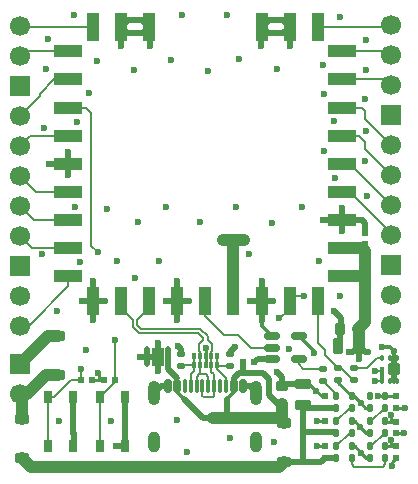
<source format=gtl>
%TF.GenerationSoftware,KiCad,Pcbnew,9.0.1*%
%TF.CreationDate,2025-12-21T16:37:51-06:00*%
%TF.ProjectId,ProtoCarrier_v1,50726f74-6f43-4617-9272-6965725f7631,rev?*%
%TF.SameCoordinates,Original*%
%TF.FileFunction,Copper,L1,Top*%
%TF.FilePolarity,Positive*%
%FSLAX46Y46*%
G04 Gerber Fmt 4.6, Leading zero omitted, Abs format (unit mm)*
G04 Created by KiCad (PCBNEW 9.0.1) date 2025-12-21 16:37:51*
%MOMM*%
%LPD*%
G01*
G04 APERTURE LIST*
G04 Aperture macros list*
%AMRoundRect*
0 Rectangle with rounded corners*
0 $1 Rounding radius*
0 $2 $3 $4 $5 $6 $7 $8 $9 X,Y pos of 4 corners*
0 Add a 4 corners polygon primitive as box body*
4,1,4,$2,$3,$4,$5,$6,$7,$8,$9,$2,$3,0*
0 Add four circle primitives for the rounded corners*
1,1,$1+$1,$2,$3*
1,1,$1+$1,$4,$5*
1,1,$1+$1,$6,$7*
1,1,$1+$1,$8,$9*
0 Add four rect primitives between the rounded corners*
20,1,$1+$1,$2,$3,$4,$5,0*
20,1,$1+$1,$4,$5,$6,$7,0*
20,1,$1+$1,$6,$7,$8,$9,0*
20,1,$1+$1,$8,$9,$2,$3,0*%
G04 Aperture macros list end*
%TA.AperFunction,SMDPad,CuDef*%
%ADD10RoundRect,0.123750X0.288750X0.338750X-0.288750X0.338750X-0.288750X-0.338750X0.288750X-0.338750X0*%
%TD*%
%TA.AperFunction,SMDPad,CuDef*%
%ADD11RoundRect,0.123750X0.288750X0.351250X-0.288750X0.351250X-0.288750X-0.351250X0.288750X-0.351250X0*%
%TD*%
%TA.AperFunction,SMDPad,CuDef*%
%ADD12RoundRect,0.082500X-0.197500X-0.192500X0.197500X-0.192500X0.197500X0.192500X-0.197500X0.192500X0*%
%TD*%
%TA.AperFunction,SMDPad,CuDef*%
%ADD13RoundRect,0.050000X0.200000X0.275000X-0.200000X0.275000X-0.200000X-0.275000X0.200000X-0.275000X0*%
%TD*%
%TA.AperFunction,SMDPad,CuDef*%
%ADD14RoundRect,0.135000X-0.185000X0.135000X-0.185000X-0.135000X0.185000X-0.135000X0.185000X0.135000X0*%
%TD*%
%TA.AperFunction,SMDPad,CuDef*%
%ADD15RoundRect,0.093750X-0.093750X-0.106250X0.093750X-0.106250X0.093750X0.106250X-0.093750X0.106250X0*%
%TD*%
%TA.AperFunction,HeatsinkPad*%
%ADD16R,1.000000X1.600000*%
%TD*%
%TA.AperFunction,SMDPad,CuDef*%
%ADD17RoundRect,0.225000X0.375000X-0.225000X0.375000X0.225000X-0.375000X0.225000X-0.375000X-0.225000X0*%
%TD*%
%TA.AperFunction,SMDPad,CuDef*%
%ADD18RoundRect,0.082500X0.197500X0.192500X-0.197500X0.192500X-0.197500X-0.192500X0.197500X-0.192500X0*%
%TD*%
%TA.AperFunction,SMDPad,CuDef*%
%ADD19RoundRect,0.050000X-0.200000X-0.275000X0.200000X-0.275000X0.200000X0.275000X-0.200000X0.275000X0*%
%TD*%
%TA.AperFunction,SMDPad,CuDef*%
%ADD20RoundRect,0.135000X0.185000X-0.135000X0.185000X0.135000X-0.185000X0.135000X-0.185000X-0.135000X0*%
%TD*%
%TA.AperFunction,ComponentPad*%
%ADD21C,1.700000*%
%TD*%
%TA.AperFunction,ComponentPad*%
%ADD22R,1.700000X1.700000*%
%TD*%
%TA.AperFunction,SMDPad,CuDef*%
%ADD23RoundRect,0.082500X-0.192500X0.197500X-0.192500X-0.197500X0.192500X-0.197500X0.192500X0.197500X0*%
%TD*%
%TA.AperFunction,SMDPad,CuDef*%
%ADD24RoundRect,0.082500X0.192500X-0.197500X0.192500X0.197500X-0.192500X0.197500X-0.192500X-0.197500X0*%
%TD*%
%TA.AperFunction,SMDPad,CuDef*%
%ADD25RoundRect,0.050100X-0.099900X0.174900X-0.099900X-0.174900X0.099900X-0.174900X0.099900X0.174900X0*%
%TD*%
%TA.AperFunction,SMDPad,CuDef*%
%ADD26RoundRect,0.050100X-0.099900X0.324900X-0.099900X-0.324900X0.099900X-0.324900X0.099900X0.324900X0*%
%TD*%
%TA.AperFunction,SMDPad,CuDef*%
%ADD27RoundRect,0.050350X-0.424650X0.449650X-0.424650X-0.449650X0.424650X-0.449650X0.424650X0.449650X0*%
%TD*%
%TA.AperFunction,SMDPad,CuDef*%
%ADD28RoundRect,0.123750X0.338750X-0.288750X0.338750X0.288750X-0.338750X0.288750X-0.338750X-0.288750X0*%
%TD*%
%TA.AperFunction,SMDPad,CuDef*%
%ADD29RoundRect,0.123750X0.351250X-0.288750X0.351250X0.288750X-0.351250X0.288750X-0.351250X-0.288750X0*%
%TD*%
%TA.AperFunction,SMDPad,CuDef*%
%ADD30R,0.650000X1.050000*%
%TD*%
%TA.AperFunction,SMDPad,CuDef*%
%ADD31RoundRect,0.135000X0.540000X-0.315000X0.540000X0.315000X-0.540000X0.315000X-0.540000X-0.315000X0*%
%TD*%
%TA.AperFunction,SMDPad,CuDef*%
%ADD32RoundRect,0.135000X0.315000X0.540000X-0.315000X0.540000X-0.315000X-0.540000X0.315000X-0.540000X0*%
%TD*%
%TA.AperFunction,SMDPad,CuDef*%
%ADD33RoundRect,0.150000X-0.512500X-0.150000X0.512500X-0.150000X0.512500X0.150000X-0.512500X0.150000X0*%
%TD*%
%TA.AperFunction,SMDPad,CuDef*%
%ADD34RoundRect,0.075000X-0.075000X-0.200000X0.075000X-0.200000X0.075000X0.200000X-0.075000X0.200000X0*%
%TD*%
%TA.AperFunction,SMDPad,CuDef*%
%ADD35RoundRect,0.150000X-0.150000X-0.425000X0.150000X-0.425000X0.150000X0.425000X-0.150000X0.425000X0*%
%TD*%
%TA.AperFunction,SMDPad,CuDef*%
%ADD36RoundRect,0.075000X-0.075000X-0.500000X0.075000X-0.500000X0.075000X0.500000X-0.075000X0.500000X0*%
%TD*%
%TA.AperFunction,HeatsinkPad*%
%ADD37O,1.000000X2.100000*%
%TD*%
%TA.AperFunction,HeatsinkPad*%
%ADD38O,1.000000X1.800000*%
%TD*%
%TA.AperFunction,SMDPad,CuDef*%
%ADD39R,2.400000X1.100000*%
%TD*%
%TA.AperFunction,SMDPad,CuDef*%
%ADD40R,1.100000X2.400000*%
%TD*%
%TA.AperFunction,ViaPad*%
%ADD41C,0.600000*%
%TD*%
%TA.AperFunction,Conductor*%
%ADD42C,0.500000*%
%TD*%
%TA.AperFunction,Conductor*%
%ADD43C,0.250000*%
%TD*%
%TA.AperFunction,Conductor*%
%ADD44C,1.000000*%
%TD*%
%TA.AperFunction,Conductor*%
%ADD45C,0.300000*%
%TD*%
%TA.AperFunction,Conductor*%
%ADD46C,0.200000*%
%TD*%
%TA.AperFunction,Conductor*%
%ADD47C,0.157500*%
%TD*%
G04 APERTURE END LIST*
D10*
%TO.P,C14,1*%
%TO.N,VSYS*%
X162896078Y-107503922D03*
D11*
%TO.P,C14,2*%
%TO.N,GND*%
X161421078Y-107491422D03*
%TD*%
D12*
%TO.P,C1,1*%
%TO.N,/SoM Breakout/CORE_RST_N*%
X139460000Y-111800000D03*
%TO.P,C1,2*%
%TO.N,GND*%
X140420000Y-111800000D03*
%TD*%
D13*
%TO.P,LED1,1,GND*%
%TO.N,GND*%
X162375000Y-113200000D03*
%TO.P,LED1,2,DIN*%
%TO.N,/Status Indication/LED_D0*%
X161075000Y-113200000D03*
%TO.P,LED1,3,VDD*%
%TO.N,VSYS*%
X161075000Y-114150000D03*
%TO.P,LED1,4,DOUT*%
%TO.N,/Status Indication/LED_D1*%
X162375000Y-114150000D03*
%TD*%
D14*
%TO.P,R5,1*%
%TO.N,/Status Indication/BUZZ_GATE*%
X162550000Y-110830002D03*
%TO.P,R5,2*%
%TO.N,BUZZER_PWM*%
X162550000Y-111850000D03*
%TD*%
D15*
%TO.P,U1,1,GND*%
%TO.N,GND*%
X145075000Y-109200000D03*
%TO.P,U1,2,GND*%
X145075000Y-109850000D03*
%TO.P,U1,3,GND*%
X145075000Y-110500000D03*
%TO.P,U1,4,IN*%
%TO.N,VBUS*%
X146850000Y-110500000D03*
%TO.P,U1,5,IN*%
X146850000Y-109850000D03*
%TO.P,U1,6,IN*%
X146850000Y-109200000D03*
D16*
%TO.P,U1,7,GND*%
%TO.N,GND*%
X145962500Y-109850000D03*
%TD*%
D17*
%TO.P,D1,1,A1*%
%TO.N,Net-(D1-A1)*%
X137500000Y-111400000D03*
%TO.P,D1,2,A2*%
%TO.N,GND*%
X137500000Y-108100000D03*
%TD*%
D18*
%TO.P,C2,1*%
%TO.N,/SoM Breakout/BOOT0*%
X142360000Y-111800000D03*
%TO.P,C2,2*%
%TO.N,GND*%
X141400000Y-111800000D03*
%TD*%
D19*
%TO.P,LED4,1,GND*%
%TO.N,GND*%
X163900000Y-118400000D03*
%TO.P,LED4,2,DIN*%
%TO.N,/Status Indication/LED_D3*%
X165200000Y-118400000D03*
%TO.P,LED4,3,VDD*%
%TO.N,VSYS*%
X165200000Y-117450000D03*
%TO.P,LED4,4,DOUT*%
%TO.N,/Status Indication/LED_D4*%
X163900000Y-117450000D03*
%TD*%
D20*
%TO.P,R3,1*%
%TO.N,/Status Indication/LED_D0*%
X159950000Y-111869998D03*
%TO.P,R3,2*%
%TO.N,Net-(R3-Pad2)*%
X159950000Y-110850000D03*
%TD*%
D13*
%TO.P,LED2,1,GND*%
%TO.N,GND*%
X162375000Y-115325000D03*
%TO.P,LED2,2,DIN*%
%TO.N,/Status Indication/LED_D1*%
X161075000Y-115325000D03*
%TO.P,LED2,3,VDD*%
%TO.N,VSYS*%
X161075000Y-116275000D03*
%TO.P,LED2,4,DOUT*%
%TO.N,/Status Indication/LED_D2*%
X162375000Y-116275000D03*
%TD*%
D21*
%TO.P,J2,1,Pin_1*%
%TO.N,Net-(D1-A1)*%
X134300000Y-112970000D03*
D22*
%TO.P,J2,2,Pin_2*%
%TO.N,GND*%
X134300000Y-110430000D03*
%TD*%
D23*
%TO.P,C11,1*%
%TO.N,VSYS*%
X166150000Y-115345000D03*
%TO.P,C11,2*%
%TO.N,GND*%
X166150000Y-116305000D03*
%TD*%
D24*
%TO.P,C13,1*%
%TO.N,VSYS*%
X163475000Y-100310000D03*
%TO.P,C13,2*%
%TO.N,GND*%
X163475000Y-99350000D03*
%TD*%
D23*
%TO.P,C10,1*%
%TO.N,VSYS*%
X166150000Y-117445000D03*
%TO.P,C10,2*%
%TO.N,GND*%
X166150000Y-118405000D03*
%TD*%
D19*
%TO.P,LED5,1,GND*%
%TO.N,GND*%
X163900000Y-116275000D03*
%TO.P,LED5,2,DIN*%
%TO.N,/Status Indication/LED_D4*%
X165200000Y-116275000D03*
%TO.P,LED5,3,VDD*%
%TO.N,VSYS*%
X165200000Y-115325000D03*
%TO.P,LED5,4,DOUT*%
%TO.N,/Status Indication/LED_D5*%
X163900000Y-115325000D03*
%TD*%
D13*
%TO.P,LED3,1,GND*%
%TO.N,GND*%
X162375000Y-117450000D03*
%TO.P,LED3,2,DIN*%
%TO.N,/Status Indication/LED_D2*%
X161075000Y-117450000D03*
%TO.P,LED3,3,VDD*%
%TO.N,VSYS*%
X161075000Y-118400000D03*
%TO.P,LED3,4,DOUT*%
%TO.N,/Status Indication/LED_D3*%
X162375000Y-118400000D03*
%TD*%
D25*
%TO.P,Q1,1,D*%
%TO.N,/Status Indication/BUZZ_DRAIN*%
X166250000Y-109949999D03*
%TO.P,Q1,2,D*%
X165600000Y-109950000D03*
%TO.P,Q1,3,G*%
%TO.N,/Status Indication/BUZZ_GATE*%
X164950000Y-109949999D03*
%TO.P,Q1,4,S*%
%TO.N,GND*%
X164950000Y-111900001D03*
%TO.P,Q1,5,D*%
%TO.N,/Status Indication/BUZZ_DRAIN*%
X165600000Y-111900000D03*
%TO.P,Q1,6,D*%
X166250000Y-111900001D03*
D26*
%TO.P,Q1,7,S*%
%TO.N,GND*%
X164950000Y-111020001D03*
D27*
%TO.P,Q1,8,D*%
%TO.N,/Status Indication/BUZZ_DRAIN*%
X165925000Y-110925000D03*
%TD*%
D14*
%TO.P,R4,1*%
%TO.N,BUZZER_PWM*%
X161259999Y-110840001D03*
%TO.P,R4,2*%
%TO.N,GND*%
X161259999Y-111859999D03*
%TD*%
D28*
%TO.P,C4,1*%
%TO.N,VBUS*%
X156450000Y-113825000D03*
D29*
%TO.P,C4,2*%
%TO.N,GND*%
X156462500Y-112350000D03*
%TD*%
D12*
%TO.P,C3,1*%
%TO.N,VBUS*%
X153165000Y-110325000D03*
%TO.P,C3,2*%
%TO.N,GND*%
X154125000Y-110325000D03*
%TD*%
D24*
%TO.P,C8,1*%
%TO.N,VSYS*%
X160125000Y-116255000D03*
%TO.P,C8,2*%
%TO.N,GND*%
X160125000Y-115295000D03*
%TD*%
D21*
%TO.P,J1,1,Pin_1*%
%TO.N,/SoM Breakout/IO7*%
X134300000Y-81810000D03*
%TO.P,J1,2,Pin_2*%
%TO.N,/SoM Breakout/IO6*%
X134300000Y-84350000D03*
D22*
%TO.P,J1,3,Pin_3*%
%TO.N,GND*%
X134300000Y-86890000D03*
D21*
%TO.P,J1,4,Pin_4*%
%TO.N,/SoM Breakout/IO5*%
X134300000Y-89430000D03*
%TO.P,J1,5,Pin_5*%
%TO.N,/SoM Breakout/IO4*%
X134300000Y-91970000D03*
%TO.P,J1,6,Pin_6*%
%TO.N,/SoM Breakout/IO3*%
X134300000Y-94510000D03*
%TO.P,J1,7,Pin_7*%
%TO.N,/SoM Breakout/IO2*%
X134300000Y-97050000D03*
%TO.P,J1,8,Pin_8*%
%TO.N,/SoM Breakout/IO1*%
X134300000Y-99590000D03*
D22*
%TO.P,J1,9,Pin_9*%
%TO.N,GND*%
X134300000Y-102130000D03*
D21*
%TO.P,J1,10,Pin_10*%
%TO.N,+3V3*%
X134300000Y-104670000D03*
%TO.P,J1,11,Pin_11*%
%TO.N,/SoM Breakout/IO0*%
X134300000Y-107210000D03*
%TD*%
D30*
%TO.P,SW1,1,1*%
%TO.N,/SoM Breakout/CORE_RST_N*%
X136675000Y-117403500D03*
%TO.P,SW1,2,2*%
X136675000Y-113253500D03*
%TO.P,SW1,3,3*%
%TO.N,GND*%
X138825000Y-117403500D03*
%TO.P,SW1,4,4*%
X138825000Y-113253500D03*
%TD*%
D20*
%TO.P,R2,1*%
%TO.N,/SoM Breakout/USB_CC2*%
X152112500Y-110622501D03*
%TO.P,R2,2*%
%TO.N,GND*%
X152112500Y-109602503D03*
%TD*%
D19*
%TO.P,LED6,1,GND*%
%TO.N,GND*%
X163900000Y-114150000D03*
%TO.P,LED6,2,DIN*%
%TO.N,/Status Indication/LED_D5*%
X165200000Y-114150000D03*
%TO.P,LED6,3,VDD*%
%TO.N,VSYS*%
X165200000Y-113200000D03*
%TO.P,LED6,4,DOUT*%
%TO.N,unconnected-(LED6-DOUT-Pad4)*%
X163900000Y-113200000D03*
%TD*%
D31*
%TO.P,C5,1*%
%TO.N,VSYS*%
X158275000Y-113925000D03*
%TO.P,C5,2*%
%TO.N,GND*%
X158275000Y-112125000D03*
%TD*%
D32*
%TO.P,C6,1*%
%TO.N,VSYS*%
X163000000Y-108950000D03*
%TO.P,C6,2*%
%TO.N,GND*%
X161200000Y-108950000D03*
%TD*%
D17*
%TO.P,D3,1,K*%
%TO.N,VSYS*%
X156650000Y-118750000D03*
%TO.P,D3,2,A*%
%TO.N,VBUS*%
X156650000Y-115450000D03*
%TD*%
D20*
%TO.P,R1,1*%
%TO.N,/SoM Breakout/USB_CC1*%
X147912500Y-110642499D03*
%TO.P,R1,2*%
%TO.N,GND*%
X147912500Y-109622501D03*
%TD*%
D33*
%TO.P,U3,1*%
%TO.N,GND*%
X155612500Y-108137501D03*
%TO.P,U3,2*%
%TO.N,LED_PWM*%
X155612500Y-109087500D03*
%TO.P,U3,3,GND*%
%TO.N,GND*%
X155612500Y-110037499D03*
%TO.P,U3,4*%
%TO.N,Net-(R3-Pad2)*%
X157887500Y-110037499D03*
%TO.P,U3,5,VCC*%
%TO.N,VSYS*%
X157887500Y-108137501D03*
%TD*%
D34*
%TO.P,U2,1,D1+*%
%TO.N,/SoM Breakout/USB_CC1*%
X149012500Y-110572500D03*
%TO.P,U2,2,D1-*%
%TO.N,/SoM Breakout/USB_D_N*%
X149512500Y-110572501D03*
%TO.P,U2,3,GND*%
%TO.N,GND*%
X150012500Y-110572500D03*
%TO.P,U2,4,D2+*%
%TO.N,/SoM Breakout/USB_D_P*%
X150512500Y-110572501D03*
%TO.P,U2,5,D2-*%
%TO.N,/SoM Breakout/USB_CC2*%
X151012500Y-110572500D03*
%TO.P,U2,6,NC*%
X151012500Y-109802500D03*
%TO.P,U2,7,NC*%
%TO.N,/SoM Breakout/USB_D_P*%
X150512500Y-109802499D03*
%TO.P,U2,8,GND*%
%TO.N,GND*%
X150012500Y-109802500D03*
%TO.P,U2,9,NC*%
%TO.N,/SoM Breakout/USB_D_N*%
X149512500Y-109802499D03*
%TO.P,U2,10,NC*%
%TO.N,/SoM Breakout/USB_CC1*%
X149012500Y-109802500D03*
%TD*%
D24*
%TO.P,C7,1*%
%TO.N,VSYS*%
X160125000Y-114155000D03*
%TO.P,C7,2*%
%TO.N,GND*%
X160125000Y-113195000D03*
%TD*%
D35*
%TO.P,J4,A1,GND*%
%TO.N,GND*%
X146800000Y-112320000D03*
%TO.P,J4,A4,VBUS*%
%TO.N,VBUS*%
X147600000Y-112320000D03*
D36*
%TO.P,J4,A5,CC1*%
%TO.N,/SoM Breakout/USB_CC1*%
X148750000Y-112320000D03*
%TO.P,J4,A6,D+*%
%TO.N,/SoM Breakout/USB_D_P*%
X149750000Y-112320000D03*
%TO.P,J4,A7,D-*%
%TO.N,/SoM Breakout/USB_D_N*%
X150250000Y-112320000D03*
%TO.P,J4,A8,SBU1*%
%TO.N,unconnected-(J4-SBU1-PadA8)*%
X151250000Y-112320000D03*
D35*
%TO.P,J4,A9,VBUS*%
%TO.N,VBUS*%
X152400000Y-112320000D03*
%TO.P,J4,A12,GND*%
%TO.N,GND*%
X153200000Y-112320000D03*
%TO.P,J4,B1,GND*%
X153200000Y-112320000D03*
%TO.P,J4,B4,VBUS*%
%TO.N,VBUS*%
X152400000Y-112320000D03*
D36*
%TO.P,J4,B5,CC2*%
%TO.N,/SoM Breakout/USB_CC2*%
X151750000Y-112320000D03*
%TO.P,J4,B6,D+*%
%TO.N,/SoM Breakout/USB_D_P*%
X150750000Y-112320000D03*
%TO.P,J4,B7,D-*%
%TO.N,/SoM Breakout/USB_D_N*%
X149250000Y-112320000D03*
%TO.P,J4,B8,SBU2*%
%TO.N,unconnected-(J4-SBU2-PadB8)*%
X148250000Y-112320000D03*
D35*
%TO.P,J4,B9,VBUS*%
%TO.N,VBUS*%
X147600000Y-112320000D03*
%TO.P,J4,B12,GND*%
%TO.N,GND*%
X146800000Y-112320000D03*
D37*
%TO.P,J4,S1,SHIELD*%
X145680000Y-112895000D03*
D38*
X145680000Y-117075000D03*
D37*
X154320000Y-112895000D03*
D38*
X154320000Y-117075000D03*
%TD*%
D39*
%TO.P,MOD1,1*%
%TO.N,/SoM Breakout/IO0*%
X138400000Y-103000000D03*
%TO.P,MOD1,2*%
%TO.N,/SoM Breakout/IO1*%
X138400000Y-100625000D03*
%TO.P,MOD1,3*%
%TO.N,/SoM Breakout/IO2*%
X138400000Y-98250000D03*
%TO.P,MOD1,4*%
%TO.N,/SoM Breakout/IO3*%
X138400000Y-95875000D03*
%TO.P,MOD1,5*%
%TO.N,GND*%
X138400000Y-93500000D03*
%TO.P,MOD1,6*%
%TO.N,/SoM Breakout/IO4*%
X138400000Y-91125000D03*
%TO.P,MOD1,7*%
%TO.N,/SoM Breakout/CORE_RST_N*%
X138400000Y-88750000D03*
%TO.P,MOD1,8*%
%TO.N,/SoM Breakout/IO5*%
X138400000Y-86375000D03*
%TO.P,MOD1,9*%
%TO.N,/SoM Breakout/IO6*%
X138400000Y-84000000D03*
D40*
%TO.P,MOD1,10*%
%TO.N,/SoM Breakout/IO7*%
X140500000Y-81900000D03*
%TO.P,MOD1,11*%
%TO.N,GND*%
X142875000Y-81900000D03*
%TO.P,MOD1,12*%
X145250000Y-81900000D03*
%TO.P,MOD1,16*%
X154750000Y-81900000D03*
%TO.P,MOD1,17*%
X157125000Y-81900000D03*
%TO.P,MOD1,18*%
%TO.N,/SoM Breakout/IO8*%
X159500000Y-81900000D03*
D39*
%TO.P,MOD1,19*%
%TO.N,/SoM Breakout/IO9*%
X161600000Y-84000000D03*
%TO.P,MOD1,20*%
%TO.N,/SoM Breakout/IO10*%
X161600000Y-86375000D03*
%TO.P,MOD1,21*%
%TO.N,/SoM Breakout/IO11*%
X161600000Y-88750000D03*
%TO.P,MOD1,22*%
%TO.N,/SoM Breakout/IO12*%
X161600000Y-91125000D03*
%TO.P,MOD1,23*%
%TO.N,/SoM Breakout/UART0_RX*%
X161600000Y-93500000D03*
%TO.P,MOD1,24*%
%TO.N,/SoM Breakout/UART0_TX*%
X161600000Y-95875000D03*
%TO.P,MOD1,25*%
%TO.N,GND*%
X161600000Y-98250000D03*
%TO.P,MOD1,26*%
%TO.N,VSYS*%
X161600000Y-100625000D03*
%TO.P,MOD1,27*%
X161600000Y-103000000D03*
D40*
%TO.P,MOD1,28*%
%TO.N,BUZZER_PWM*%
X159500000Y-105100000D03*
%TO.P,MOD1,29*%
%TO.N,/SoM Breakout/BOOT0*%
X157125000Y-105100000D03*
%TO.P,MOD1,30*%
%TO.N,GND*%
X154750000Y-105100000D03*
%TO.P,MOD1,31*%
%TO.N,+3V3*%
X152375000Y-105100000D03*
%TO.P,MOD1,32*%
%TO.N,LED_PWM*%
X150000000Y-105100000D03*
%TO.P,MOD1,33*%
%TO.N,GND*%
X147625000Y-105100000D03*
%TO.P,MOD1,34*%
%TO.N,/SoM Breakout/USB_D_P*%
X145250000Y-105100000D03*
%TO.P,MOD1,35*%
%TO.N,/SoM Breakout/USB_D_N*%
X142875000Y-105100000D03*
%TO.P,MOD1,36*%
%TO.N,GND*%
X140500000Y-105100000D03*
%TD*%
D24*
%TO.P,C9,1*%
%TO.N,VSYS*%
X160125000Y-118405000D03*
%TO.P,C9,2*%
%TO.N,GND*%
X160125000Y-117445000D03*
%TD*%
D30*
%TO.P,SW2,1,1*%
%TO.N,/SoM Breakout/BOOT0*%
X141075000Y-117400000D03*
%TO.P,SW2,2,2*%
X141075000Y-113250000D03*
%TO.P,SW2,3,3*%
%TO.N,GND*%
X143225000Y-117400000D03*
%TO.P,SW2,4,4*%
X143225000Y-113250000D03*
%TD*%
D17*
%TO.P,D2,1,K*%
%TO.N,VSYS*%
X134450000Y-118400000D03*
%TO.P,D2,2,A*%
%TO.N,Net-(D1-A1)*%
X134450000Y-115100000D03*
%TD*%
D21*
%TO.P,J3,1,Pin_1*%
%TO.N,/SoM Breakout/IO8*%
X165750000Y-81800000D03*
%TO.P,J3,2,Pin_2*%
%TO.N,/SoM Breakout/IO9*%
X165750000Y-84340000D03*
%TO.P,J3,3,Pin_3*%
%TO.N,/SoM Breakout/IO10*%
X165750000Y-86880000D03*
D22*
%TO.P,J3,4,Pin_4*%
%TO.N,GND*%
X165750000Y-89420000D03*
D21*
%TO.P,J3,5,Pin_5*%
%TO.N,/SoM Breakout/IO11*%
X165750000Y-91960000D03*
%TO.P,J3,6,Pin_6*%
%TO.N,/SoM Breakout/IO12*%
X165750000Y-94500000D03*
%TO.P,J3,7,Pin_7*%
%TO.N,/SoM Breakout/UART0_RX*%
X165750000Y-97040000D03*
%TO.P,J3,8,Pin_8*%
%TO.N,/SoM Breakout/UART0_TX*%
X165750000Y-99580000D03*
D22*
%TO.P,J3,9,Pin_9*%
%TO.N,GND*%
X165750000Y-102120000D03*
D21*
%TO.P,J3,10,Pin_10*%
%TO.N,+3V3*%
X165750000Y-104660000D03*
%TO.P,J3,11,Pin_11*%
%TO.N,/SoM Breakout/BOOT0*%
X165750000Y-107200000D03*
%TD*%
D23*
%TO.P,C12,1*%
%TO.N,VSYS*%
X166150000Y-113195000D03*
%TO.P,C12,2*%
%TO.N,GND*%
X166150000Y-114155000D03*
%TD*%
D41*
%TO.N,VSYS*%
X163000000Y-110050000D03*
%TO.N,GND*%
X159950000Y-85150000D03*
X138400000Y-92524999D03*
X163100000Y-115800000D03*
X147600000Y-103400000D03*
X142012500Y-115325000D03*
X159625000Y-101750000D03*
X161600000Y-99225000D03*
X163575000Y-90725000D03*
X163150000Y-117975000D03*
X144250000Y-98475000D03*
X140500000Y-106725000D03*
X145950000Y-111100000D03*
X147625000Y-106725000D03*
X166850000Y-116325000D03*
X156050000Y-85500000D03*
X163600000Y-85600000D03*
X151800000Y-80900000D03*
X148600000Y-105100000D03*
X147675000Y-108975000D03*
X157125000Y-83525000D03*
X152075000Y-116725000D03*
X155925000Y-82450000D03*
X139350000Y-101800000D03*
X152850000Y-84625000D03*
X144050000Y-103225000D03*
X141700000Y-97350000D03*
X138850000Y-116425000D03*
X150012500Y-109112500D03*
X154750000Y-103475000D03*
X139525000Y-105100000D03*
X136200000Y-101150000D03*
X149550000Y-98425000D03*
X165775000Y-119100000D03*
X159400000Y-112725000D03*
X155925000Y-81300000D03*
X163550000Y-93300000D03*
X159975000Y-98250001D03*
X140150000Y-87550000D03*
X137612500Y-115328500D03*
X164325000Y-111900000D03*
X153700000Y-101175000D03*
X139100000Y-89950000D03*
X154650000Y-110025000D03*
X155825000Y-117050000D03*
X138961798Y-97140458D03*
X142875000Y-83525000D03*
X138850000Y-80950000D03*
X166900000Y-114150000D03*
X144075000Y-82425000D03*
X164325000Y-111025000D03*
X140500000Y-103475000D03*
X159425000Y-115300000D03*
X154750000Y-106725000D03*
X157100000Y-109175000D03*
X161375000Y-104675000D03*
X155725000Y-105100000D03*
X136650000Y-82950000D03*
X147125000Y-84750000D03*
X161350000Y-81050000D03*
X148450000Y-117925000D03*
X136500000Y-85500000D03*
X163600000Y-83025000D03*
X135950000Y-108850000D03*
X152525000Y-109000000D03*
X142500000Y-101725000D03*
X144500000Y-109850000D03*
X145275000Y-83525000D03*
X145975000Y-108675000D03*
X163550000Y-88050000D03*
X136775000Y-93500000D03*
X142425000Y-117400000D03*
X160975000Y-94700000D03*
X146650000Y-105100000D03*
X154725000Y-83525000D03*
X163225000Y-98250000D03*
X141475000Y-105100000D03*
X136300000Y-90450000D03*
X152625000Y-97175000D03*
X150225000Y-85625000D03*
X155600000Y-98550000D03*
X163150000Y-113775000D03*
X138400000Y-94475001D03*
X140825000Y-84775000D03*
X160850000Y-105950000D03*
X143950000Y-85600000D03*
X160000000Y-92450000D03*
X161600000Y-97275000D03*
X160900000Y-89925000D03*
X137400000Y-106000000D03*
X146700000Y-97200000D03*
X147625000Y-115250000D03*
X147975000Y-80925000D03*
X159425000Y-117425000D03*
X158175000Y-97200000D03*
X156050000Y-111150000D03*
X160000000Y-87600000D03*
X153775000Y-105100000D03*
X146100000Y-101750000D03*
X139850000Y-109300000D03*
X163717524Y-96211471D03*
X140925000Y-111225000D03*
X144050000Y-81300000D03*
%TO.N,/SoM Breakout/CORE_RST_N*%
X140900000Y-101025000D03*
X139450000Y-110875000D03*
%TO.N,+3V3*%
X151450000Y-100000000D03*
X153225000Y-100000000D03*
X152375000Y-100025000D03*
%TO.N,/SoM Breakout/BOOT0*%
X142350000Y-108450000D03*
X158325000Y-104675000D03*
X156217385Y-106579439D03*
%TO.N,VSYS*%
X159150000Y-109525000D03*
X155275000Y-119175000D03*
X152200000Y-119200000D03*
X163800000Y-109475000D03*
X165700000Y-114800000D03*
X162175000Y-109450000D03*
X165700000Y-116925000D03*
X148175000Y-119150000D03*
X150350000Y-119150000D03*
X145450000Y-119175000D03*
X164625000Y-113200000D03*
%TO.N,/Status Indication/BUZZ_DRAIN*%
X164925000Y-109025000D03*
X165925000Y-109375000D03*
%TD*%
D42*
%TO.N,VSYS*%
X163000000Y-110050000D02*
X163000000Y-108950000D01*
%TO.N,GND*%
X159975000Y-98250001D02*
X161599999Y-98250001D01*
D43*
X166260000Y-114150000D02*
X166255000Y-114155000D01*
D42*
X145275000Y-83525000D02*
X145275000Y-81925000D01*
X138825000Y-116400000D02*
X138850000Y-116425000D01*
X152525000Y-109000000D02*
X152112500Y-109412500D01*
D43*
X160125000Y-113195000D02*
X159870000Y-113195000D01*
D44*
X137500000Y-108100000D02*
X136630000Y-108100000D01*
D43*
X163525000Y-114150000D02*
X163150000Y-113775000D01*
D42*
X147912500Y-109622501D02*
X147912500Y-109212500D01*
X155925000Y-81300000D02*
X155350000Y-81300000D01*
D45*
X155612500Y-108112500D02*
X154750000Y-107250000D01*
D43*
X140420000Y-111800000D02*
X140950000Y-111800000D01*
D42*
X154425000Y-110025000D02*
X155600001Y-110025000D01*
D43*
X150012500Y-110572500D02*
X150012500Y-109802500D01*
X159870000Y-113195000D02*
X159400000Y-112725000D01*
D42*
X144725000Y-82425000D02*
X145250000Y-81900000D01*
X145075000Y-109200000D02*
X145075000Y-109850000D01*
D43*
X160125000Y-117445000D02*
X159445000Y-117445000D01*
X160125000Y-115295000D02*
X159430000Y-115295000D01*
D42*
X155600001Y-110025000D02*
X155612500Y-110037499D01*
D43*
X158275000Y-112125000D02*
X158800000Y-112125000D01*
X162375000Y-115325000D02*
X162625000Y-115325000D01*
D42*
X161421078Y-107933578D02*
X161421078Y-108728922D01*
D43*
X166150000Y-116305000D02*
X166830000Y-116305000D01*
D42*
X161600000Y-99225000D02*
X161600000Y-98250000D01*
X161599999Y-98250001D02*
X161600000Y-98250000D01*
D43*
X159430000Y-115295000D02*
X159425000Y-115300000D01*
X166255000Y-114155000D02*
X166150000Y-114155000D01*
D42*
X161421078Y-108728922D02*
X161200000Y-108950000D01*
X138850000Y-117378500D02*
X138825000Y-117403500D01*
X145075000Y-109850000D02*
X144500000Y-109850000D01*
D45*
X155612500Y-108137501D02*
X155612500Y-108112500D01*
D42*
X144050000Y-81300000D02*
X144650000Y-81300000D01*
X144650000Y-81300000D02*
X145250000Y-81900000D01*
D44*
X136630000Y-108100000D02*
X134300000Y-110430000D01*
D42*
X153200000Y-112320000D02*
X153745000Y-112320000D01*
D43*
X163575000Y-116275000D02*
X163100000Y-115800000D01*
D42*
X144050000Y-81300000D02*
X143475000Y-81300000D01*
X163225000Y-98250000D02*
X161600000Y-98250000D01*
D43*
X162375000Y-113200000D02*
X162575000Y-113200000D01*
D46*
X140500000Y-103525000D02*
X140525000Y-103500000D01*
D42*
X145950000Y-110950000D02*
X145962500Y-110937500D01*
D45*
X154750000Y-107250000D02*
X154750000Y-106725000D01*
D42*
X156462500Y-111562500D02*
X156050000Y-111150000D01*
X146650000Y-105100000D02*
X147625000Y-105100000D01*
X142875000Y-83525000D02*
X142875000Y-81900000D01*
D43*
X162625000Y-115325000D02*
X163100000Y-115800000D01*
D42*
X145075000Y-109850000D02*
X145075000Y-110500000D01*
X140500000Y-103475000D02*
X140500000Y-105100000D01*
X156612500Y-112200000D02*
X158200000Y-112200000D01*
X161450000Y-107904656D02*
X161421078Y-107933578D01*
X138400000Y-92524999D02*
X138400000Y-93500000D01*
X144075000Y-82425000D02*
X144725000Y-82425000D01*
X155350000Y-81300000D02*
X154750000Y-81900000D01*
X155300000Y-82450000D02*
X154750000Y-81900000D01*
D45*
X160850000Y-106032844D02*
X161421078Y-106603922D01*
D42*
X154125000Y-110325000D02*
X154425000Y-110025000D01*
X147912500Y-109212500D02*
X147675000Y-108975000D01*
D45*
X160850000Y-105950000D02*
X160850000Y-106032844D01*
D42*
X156462500Y-112350000D02*
X156462500Y-111562500D01*
X155925000Y-81300000D02*
X156525000Y-81300000D01*
X163475000Y-98500000D02*
X163225000Y-98250000D01*
X148600000Y-105100000D02*
X147625000Y-105100000D01*
X145950000Y-111100000D02*
X145950000Y-110950000D01*
X158200000Y-112200000D02*
X158275000Y-112125000D01*
D43*
X163900000Y-118400000D02*
X163575000Y-118400000D01*
D42*
X155725000Y-105100000D02*
X154750000Y-105100000D01*
X163475000Y-99350000D02*
X163475000Y-98500000D01*
X136775000Y-93500000D02*
X138400000Y-93500000D01*
D43*
X166830000Y-116305000D02*
X166850000Y-116325000D01*
D42*
X145962500Y-110937500D02*
X145962500Y-109850000D01*
D46*
X164329999Y-111020001D02*
X164325000Y-111025000D01*
D42*
X147625000Y-106725000D02*
X147625000Y-105100000D01*
X154725000Y-81925000D02*
X154750000Y-81900000D01*
X145275000Y-81925000D02*
X145250000Y-81900000D01*
X152112500Y-109412500D02*
X152112500Y-109602503D01*
D46*
X160025000Y-98250000D02*
X160000000Y-98225000D01*
D43*
X150012500Y-109802500D02*
X150012500Y-109112500D01*
D42*
X140500000Y-106725000D02*
X140500000Y-105100000D01*
X161421078Y-107491422D02*
X161421078Y-107696078D01*
X153775000Y-105100000D02*
X154750000Y-105100000D01*
D45*
X161450000Y-107462500D02*
X161421078Y-107491422D01*
D43*
X163900000Y-114150000D02*
X163525000Y-114150000D01*
D42*
X153745000Y-112320000D02*
X154320000Y-112895000D01*
D43*
X165775000Y-119100000D02*
X165775000Y-118780000D01*
D42*
X156575000Y-82450000D02*
X157125000Y-81900000D01*
X142425000Y-117400000D02*
X143225000Y-117400000D01*
X138850000Y-116425000D02*
X138850000Y-117378500D01*
D43*
X165775000Y-118780000D02*
X166150000Y-118405000D01*
D42*
X154750000Y-106725000D02*
X154750000Y-105100000D01*
D43*
X162625000Y-117450000D02*
X163150000Y-117975000D01*
D42*
X156462500Y-112350000D02*
X156612500Y-112200000D01*
D43*
X163900000Y-116275000D02*
X163575000Y-116275000D01*
D42*
X161450000Y-106550000D02*
X161450000Y-107904656D01*
X143400000Y-82425000D02*
X142875000Y-81900000D01*
X143225000Y-113250000D02*
X143225000Y-117400000D01*
X155925000Y-82450000D02*
X156575000Y-82450000D01*
X154750000Y-105100000D02*
X154750000Y-103475000D01*
X145962500Y-109850000D02*
X145962500Y-108737500D01*
X138825000Y-113253500D02*
X138825000Y-116400000D01*
X147600000Y-103400000D02*
X147600000Y-105075000D01*
X146255000Y-112320000D02*
X145680000Y-112895000D01*
X155925000Y-82450000D02*
X155300000Y-82450000D01*
X145075000Y-109850000D02*
X145962500Y-109850000D01*
D43*
X159445000Y-117445000D02*
X159425000Y-117425000D01*
D42*
X156525000Y-81300000D02*
X157125000Y-81900000D01*
X143475000Y-81300000D02*
X142875000Y-81900000D01*
X157125000Y-83525000D02*
X157125000Y-81900000D01*
X160850000Y-105950000D02*
X161450000Y-106550000D01*
D43*
X166900000Y-114150000D02*
X166260000Y-114150000D01*
D42*
X138400000Y-94475001D02*
X138400000Y-93500000D01*
X161600000Y-97275000D02*
X161600000Y-98250000D01*
D43*
X162575000Y-113200000D02*
X163150000Y-113775000D01*
D42*
X146800000Y-112320000D02*
X146255000Y-112320000D01*
X145962500Y-108737500D02*
X145950000Y-108725000D01*
D46*
X164950000Y-111020001D02*
X164329999Y-111020001D01*
D42*
X139525000Y-105100000D02*
X140500000Y-105100000D01*
D43*
X163575000Y-118400000D02*
X163150000Y-117975000D01*
X140950000Y-111250000D02*
X140925000Y-111225000D01*
D42*
X144075000Y-82425000D02*
X143400000Y-82425000D01*
X141475000Y-105100000D02*
X140500000Y-105100000D01*
D43*
X162375000Y-117450000D02*
X162625000Y-117450000D01*
D45*
X164950000Y-111900001D02*
X164950000Y-111020001D01*
D43*
X161259999Y-112084999D02*
X162375000Y-113200000D01*
D45*
X161421078Y-106603922D02*
X161421078Y-107491422D01*
D43*
X140950000Y-111800000D02*
X141400000Y-111800000D01*
X158800000Y-112125000D02*
X159400000Y-112725000D01*
D46*
X164950000Y-111900001D02*
X164325000Y-111900000D01*
D42*
X154725000Y-83525000D02*
X154725000Y-81925000D01*
D45*
X161450000Y-106550000D02*
X161450000Y-107462500D01*
D43*
X140950000Y-111800000D02*
X140950000Y-111250000D01*
X161259999Y-111859999D02*
X161259999Y-112084999D01*
D46*
X147600000Y-105075000D02*
X147625000Y-105100000D01*
D43*
X161259999Y-111859999D02*
X161215001Y-111859999D01*
D46*
%TO.N,/SoM Breakout/CORE_RST_N*%
X140350000Y-100475000D02*
X140350000Y-89225000D01*
X139460000Y-110885000D02*
X139450000Y-110875000D01*
X136675000Y-113253500D02*
X136675000Y-117403500D01*
X139460000Y-111800000D02*
X138650000Y-111800000D01*
X138650000Y-111800000D02*
X137196500Y-113253500D01*
X137196500Y-113253500D02*
X136675000Y-113253500D01*
X140350000Y-89225000D02*
X139875000Y-88750000D01*
X139875000Y-88750000D02*
X138400000Y-88750000D01*
X140900000Y-101025000D02*
X140350000Y-100475000D01*
X139460000Y-111800000D02*
X139460000Y-110885000D01*
D44*
%TO.N,+3V3*%
X152375000Y-105100000D02*
X152375000Y-100025000D01*
X153225000Y-100000000D02*
X151450000Y-100000000D01*
%TO.N,VBUS*%
X156450000Y-114625000D02*
X156450000Y-115250000D01*
D45*
X152400000Y-112850000D02*
X151825000Y-113425000D01*
D44*
X156450000Y-113825000D02*
X156450000Y-114625000D01*
D42*
X153165000Y-111235000D02*
X153150000Y-111250000D01*
X152400000Y-111675000D02*
X152400000Y-112320000D01*
X146850000Y-110875000D02*
X146850000Y-110500000D01*
D45*
X156450000Y-114625000D02*
X156075000Y-115000000D01*
X148175000Y-113425000D02*
X147600000Y-112850000D01*
D44*
X151675000Y-115000000D02*
X150675000Y-115000000D01*
X156450000Y-115250000D02*
X156650000Y-115450000D01*
D42*
X152825000Y-111250000D02*
X152400000Y-111675000D01*
X154875000Y-111250000D02*
X153150000Y-111250000D01*
X146850000Y-110500000D02*
X146850000Y-109850000D01*
X147600000Y-111625000D02*
X146850000Y-110875000D01*
X153165000Y-110325000D02*
X153165000Y-111235000D01*
X156150000Y-113825000D02*
X155400000Y-113075000D01*
X150650000Y-115025000D02*
X149775000Y-115025000D01*
X156450000Y-113825000D02*
X156150000Y-113825000D01*
X151825000Y-114850000D02*
X151675000Y-115000000D01*
D44*
X156075000Y-115000000D02*
X151675000Y-115000000D01*
D42*
X149775000Y-115025000D02*
X148175000Y-113425000D01*
X146850000Y-109850000D02*
X146850000Y-109200000D01*
X155400000Y-111775000D02*
X154875000Y-111250000D01*
D45*
X147600000Y-112850000D02*
X147600000Y-112320000D01*
D42*
X155400000Y-113075000D02*
X155400000Y-111775000D01*
X153150000Y-111250000D02*
X152825000Y-111250000D01*
D45*
X152400000Y-112320000D02*
X152400000Y-112850000D01*
D42*
X151825000Y-113425000D02*
X151825000Y-114850000D01*
D46*
%TO.N,/SoM Breakout/BOOT0*%
X142350000Y-108450000D02*
X142350000Y-111790000D01*
X157125000Y-105775000D02*
X157125000Y-105100000D01*
X158325000Y-104675000D02*
X157550000Y-104675000D01*
X141075000Y-113250000D02*
X141075000Y-117400000D01*
X142350000Y-111790000D02*
X142360000Y-111800000D01*
X156217385Y-106579439D02*
X156320561Y-106579439D01*
X142360000Y-111800000D02*
X142360000Y-111965000D01*
X142360000Y-111965000D02*
X141075000Y-113250000D01*
X156320561Y-106579439D02*
X157125000Y-105775000D01*
X157550000Y-104675000D02*
X157125000Y-105100000D01*
%TO.N,/SoM Breakout/USB_CC1*%
X149012500Y-110572500D02*
X149012500Y-109802500D01*
X149012500Y-110572500D02*
X149012500Y-111062500D01*
X147982499Y-110572500D02*
X147912500Y-110642499D01*
X149012500Y-110572500D02*
X147982499Y-110572500D01*
X148750000Y-111325000D02*
X148750000Y-112320000D01*
X149012500Y-111062500D02*
X148750000Y-111325000D01*
%TO.N,/SoM Breakout/USB_CC2*%
X151062501Y-110622501D02*
X151012500Y-110572500D01*
X151012500Y-110572500D02*
X151012500Y-109802500D01*
X151012500Y-110912500D02*
X151750000Y-111650000D01*
X152112500Y-110622501D02*
X151062501Y-110622501D01*
X151750000Y-111650000D02*
X151750000Y-112320000D01*
X151012500Y-110572500D02*
X151012500Y-110912500D01*
%TO.N,/SoM Breakout/IO10*%
X165245000Y-86375000D02*
X165750000Y-86880000D01*
X161600000Y-86375000D02*
X165245000Y-86375000D01*
%TO.N,/SoM Breakout/IO12*%
X161600000Y-91125000D02*
X162975000Y-91125000D01*
X162975000Y-91125000D02*
X163500000Y-91650000D01*
X163500000Y-92250000D02*
X165750000Y-94500000D01*
X163500000Y-91650000D02*
X163500000Y-92250000D01*
%TO.N,/SoM Breakout/IO8*%
X165650000Y-81900000D02*
X165750000Y-81800000D01*
X159500000Y-81900000D02*
X165650000Y-81900000D01*
%TO.N,/SoM Breakout/IO9*%
X161600000Y-84000000D02*
X165410000Y-84000000D01*
X165410000Y-84000000D02*
X165750000Y-84340000D01*
%TO.N,/SoM Breakout/UART0_RX*%
X162250000Y-93500000D02*
X165750000Y-97000000D01*
X165750000Y-97000000D02*
X165750000Y-97040000D01*
X161600000Y-93500000D02*
X162250000Y-93500000D01*
%TO.N,/SoM Breakout/IO11*%
X163250000Y-88750000D02*
X163550000Y-89050000D01*
X163550000Y-89760000D02*
X165750000Y-91960000D01*
X163550000Y-89050000D02*
X163550000Y-89760000D01*
X161600000Y-88750000D02*
X163250000Y-88750000D01*
%TO.N,/SoM Breakout/UART0_TX*%
X165750000Y-99580000D02*
X165750000Y-99400000D01*
X162225000Y-95875000D02*
X161600000Y-95875000D01*
X165750000Y-99400000D02*
X162225000Y-95875000D01*
%TO.N,/SoM Breakout/IO3*%
X135665000Y-95875000D02*
X134300000Y-94510000D01*
X138400000Y-95875000D02*
X135665000Y-95875000D01*
%TO.N,/SoM Breakout/IO5*%
X135950000Y-87600000D02*
X135950000Y-87780000D01*
X135950000Y-87780000D02*
X134300000Y-89430000D01*
X138400000Y-86375000D02*
X137175000Y-86375000D01*
X137175000Y-86375000D02*
X135950000Y-87600000D01*
%TO.N,/SoM Breakout/IO1*%
X135335000Y-100625000D02*
X138400000Y-100625000D01*
X134300000Y-99590000D02*
X135335000Y-100625000D01*
%TO.N,/SoM Breakout/IO2*%
X135500000Y-98250000D02*
X134300000Y-97050000D01*
X138400000Y-98250000D02*
X135500000Y-98250000D01*
%TO.N,/SoM Breakout/IO4*%
X138400000Y-91125000D02*
X135145000Y-91125000D01*
X135145000Y-91125000D02*
X134300000Y-91970000D01*
%TO.N,/SoM Breakout/IO7*%
X140500000Y-81900000D02*
X134390000Y-81900000D01*
X134390000Y-81900000D02*
X134300000Y-81810000D01*
%TO.N,/SoM Breakout/IO0*%
X138400000Y-103000000D02*
X138400000Y-103850000D01*
X135040000Y-107210000D02*
X134300000Y-107210000D01*
X138400000Y-103850000D02*
X135040000Y-107210000D01*
%TO.N,/SoM Breakout/IO6*%
X134650000Y-84000000D02*
X134300000Y-84350000D01*
X138400000Y-84000000D02*
X134650000Y-84000000D01*
D47*
%TO.N,/SoM Breakout/USB_D_P*%
X150512500Y-110572501D02*
X150512500Y-111112500D01*
X150575000Y-108808750D02*
X150191250Y-108425000D01*
X150575000Y-109400000D02*
X150575000Y-108808750D01*
X150512500Y-109802499D02*
X150512500Y-109462500D01*
X150600000Y-113300000D02*
X150750000Y-113150000D01*
X144524042Y-107471250D02*
X144241250Y-107188458D01*
X149900000Y-113300000D02*
X150600000Y-113300000D01*
X145250000Y-105750000D02*
X145250000Y-105100000D01*
X149549042Y-107471250D02*
X144524042Y-107471250D01*
X150512500Y-109462500D02*
X150575000Y-109400000D01*
X150750000Y-111350000D02*
X150750000Y-112320000D01*
X150750000Y-113150000D02*
X150750000Y-112320000D01*
X150191250Y-108113458D02*
X149549042Y-107471250D01*
X150191250Y-108425000D02*
X150191250Y-108113458D01*
X144241250Y-106758750D02*
X145250000Y-105750000D01*
X150512500Y-111112500D02*
X150750000Y-111350000D01*
X149750000Y-112320000D02*
X149750000Y-113150000D01*
X150512500Y-110572501D02*
X150512500Y-109802499D01*
X149750000Y-113150000D02*
X149900000Y-113300000D01*
X144241250Y-107188458D02*
X144241250Y-106758750D01*
%TO.N,/SoM Breakout/USB_D_N*%
X150050000Y-111350000D02*
X150250000Y-111550000D01*
X142875000Y-105750000D02*
X142875000Y-105100000D01*
X149450000Y-109400000D02*
X149450000Y-108808750D01*
X149250000Y-111550000D02*
X149450000Y-111350000D01*
X149512500Y-110572501D02*
X149512500Y-111287500D01*
X149512500Y-111287500D02*
X149450000Y-111350000D01*
X149450000Y-111350000D02*
X150050000Y-111350000D01*
X143883750Y-106758750D02*
X142875000Y-105750000D01*
X149450000Y-108808750D02*
X149833750Y-108425000D01*
X149400958Y-107828750D02*
X144375958Y-107828750D01*
X149512500Y-109462500D02*
X149450000Y-109400000D01*
X149512500Y-110572501D02*
X149512500Y-109802499D01*
X144375958Y-107828750D02*
X143883750Y-107336542D01*
X149512500Y-109802499D02*
X149512500Y-109462500D01*
X143883750Y-107336542D02*
X143883750Y-106758750D01*
X149833750Y-108425000D02*
X149833750Y-108261542D01*
X150250000Y-111550000D02*
X150250000Y-112320000D01*
X149833750Y-108261542D02*
X149400958Y-107828750D01*
X149250000Y-112320000D02*
X149250000Y-111550000D01*
D42*
%TO.N,VSYS*%
X156650000Y-118750000D02*
X158275000Y-118750000D01*
D43*
X165675000Y-116950000D02*
X165675000Y-117445000D01*
D42*
X161075000Y-118400000D02*
X160130000Y-118400000D01*
X161055000Y-116255000D02*
X161075000Y-116275000D01*
X158275000Y-118750000D02*
X158275000Y-116250000D01*
X163475000Y-100325000D02*
X163175000Y-100625000D01*
X158280000Y-116255000D02*
X158275000Y-116250000D01*
X160125000Y-116255000D02*
X158280000Y-116255000D01*
D43*
X165700000Y-115345000D02*
X166150000Y-115345000D01*
X165200000Y-113200000D02*
X164625000Y-113200000D01*
X165675000Y-114825000D02*
X165700000Y-114850000D01*
D42*
X163475000Y-100310000D02*
X163475000Y-100325000D01*
X160125000Y-114155000D02*
X158505000Y-114155000D01*
X162175000Y-109450000D02*
X162500000Y-109450000D01*
X161075000Y-114150000D02*
X160130000Y-114150000D01*
D44*
X134450000Y-118400000D02*
X135200000Y-119150000D01*
X161600000Y-103000000D02*
X163425000Y-103000000D01*
D42*
X160130000Y-118400000D02*
X160125000Y-118405000D01*
D44*
X161600000Y-100625000D02*
X163175000Y-100625000D01*
D42*
X158275000Y-116250000D02*
X158275000Y-113925000D01*
D44*
X156250000Y-119150000D02*
X156650000Y-118750000D01*
D43*
X165700000Y-114850000D02*
X165700000Y-115345000D01*
D42*
X158375000Y-118750000D02*
X159780000Y-118750000D01*
X163800000Y-109475000D02*
X163525000Y-109475000D01*
D44*
X163475000Y-106925000D02*
X162896078Y-107503922D01*
X163425000Y-103000000D02*
X163475000Y-103050000D01*
X163000000Y-108950000D02*
X163000000Y-107607844D01*
D42*
X158505000Y-114155000D02*
X158275000Y-113925000D01*
D43*
X166150000Y-117445000D02*
X165205000Y-117445000D01*
D42*
X162500000Y-109450000D02*
X163000000Y-108950000D01*
D44*
X163475000Y-100925000D02*
X163475000Y-103050000D01*
D43*
X165700000Y-116925000D02*
X165675000Y-116950000D01*
D42*
X160130000Y-114150000D02*
X160125000Y-114155000D01*
X156650000Y-118750000D02*
X158375000Y-118750000D01*
D43*
X159150000Y-109525000D02*
X159150000Y-109400001D01*
D44*
X163175000Y-100625000D02*
X163475000Y-100925000D01*
D43*
X166150000Y-115345000D02*
X165220000Y-115345000D01*
D44*
X151575000Y-119150000D02*
X156250000Y-119150000D01*
D42*
X160125000Y-116255000D02*
X161055000Y-116255000D01*
D43*
X159150000Y-109400001D02*
X157887500Y-108137501D01*
D42*
X159780000Y-118750000D02*
X160125000Y-118405000D01*
D44*
X135200000Y-119150000D02*
X151575000Y-119150000D01*
X163475000Y-103050000D02*
X163475000Y-106925000D01*
D43*
X165675000Y-117445000D02*
X166150000Y-117445000D01*
X166150000Y-113195000D02*
X165205000Y-113195000D01*
D42*
X163525000Y-109475000D02*
X163000000Y-108950000D01*
D44*
%TO.N,Net-(D1-A1)*%
X134930000Y-112970000D02*
X134300000Y-112970000D01*
X137500000Y-111400000D02*
X136500000Y-111400000D01*
X134450000Y-115100000D02*
X134450000Y-113120000D01*
X134450000Y-113120000D02*
X134300000Y-112970000D01*
X136500000Y-111400000D02*
X134930000Y-112970000D01*
D46*
%TO.N,/Status Indication/LED_D0*%
X161075000Y-113000000D02*
X161075000Y-113200000D01*
X160069998Y-111869998D02*
X159950000Y-111869998D01*
X159950000Y-111875000D02*
X161075000Y-113000000D01*
X159950000Y-111869998D02*
X159950000Y-111875000D01*
%TO.N,/Status Indication/LED_D1*%
X162250000Y-114150000D02*
X161075000Y-115325000D01*
X162375000Y-114150000D02*
X162250000Y-114150000D01*
%TO.N,/Status Indication/LED_D2*%
X162375000Y-116275000D02*
X162250000Y-116275000D01*
X162250000Y-116275000D02*
X161075000Y-117450000D01*
%TO.N,/Status Indication/LED_D3*%
X165000000Y-119150000D02*
X165200000Y-118950000D01*
X162375000Y-118400000D02*
X162375000Y-118950000D01*
X162375000Y-118950000D02*
X162575000Y-119150000D01*
X162575000Y-119150000D02*
X165000000Y-119150000D01*
X165200000Y-118950000D02*
X165200000Y-118400000D01*
%TO.N,/Status Indication/LED_D4*%
X163900000Y-117450000D02*
X164025000Y-117450000D01*
X164025000Y-117450000D02*
X165200000Y-116275000D01*
%TO.N,/Status Indication/BUZZ_DRAIN*%
X166250000Y-111250000D02*
X165925000Y-110925000D01*
D45*
X165925000Y-109950000D02*
X165925000Y-109325000D01*
D42*
X165925000Y-110925000D02*
X165925000Y-109950000D01*
D46*
X166250000Y-111900001D02*
X165925000Y-111900000D01*
D42*
X165925000Y-110925000D02*
X165925000Y-111900000D01*
D45*
X165925000Y-109325000D02*
X165625000Y-109025000D01*
D46*
X165600000Y-109950000D02*
X165925000Y-109950000D01*
X165600000Y-111250000D02*
X165925000Y-110925000D01*
X166250000Y-109949999D02*
X165925000Y-109950000D01*
D45*
X165625000Y-109025000D02*
X164925000Y-109025000D01*
D46*
X165600000Y-111900000D02*
X165925000Y-111900000D01*
%TO.N,BUZZER_PWM*%
X161259999Y-110834999D02*
X161259999Y-110840001D01*
X162550000Y-111850000D02*
X162500000Y-111850000D01*
X159500000Y-108650000D02*
X160100000Y-109250000D01*
X160100000Y-109250000D02*
X160100000Y-109675000D01*
X159500000Y-105100000D02*
X159500000Y-108650000D01*
X160100000Y-109675000D02*
X161259999Y-110834999D01*
X162500000Y-111850000D02*
X161490001Y-110840001D01*
X161490001Y-110840001D02*
X161259999Y-110840001D01*
%TO.N,LED_PWM*%
X150000000Y-105100000D02*
X150000000Y-106400000D01*
X153837500Y-109087500D02*
X155612500Y-109087500D01*
X151600000Y-108000000D02*
X152750000Y-108000000D01*
X150000000Y-106400000D02*
X151600000Y-108000000D01*
X152750000Y-108000000D02*
X153837500Y-109087500D01*
%TO.N,/Status Indication/BUZZ_GATE*%
X163644998Y-110830002D02*
X162550000Y-110830002D01*
X164525001Y-109949999D02*
X163644998Y-110830002D01*
X164950000Y-109949999D02*
X164525001Y-109949999D01*
%TO.N,Net-(R3-Pad2)*%
X158250000Y-110850000D02*
X159950000Y-110850000D01*
X157887500Y-110487500D02*
X158250000Y-110850000D01*
X157887500Y-110037499D02*
X157887500Y-110487500D01*
%TO.N,/Status Indication/LED_D5*%
X164025000Y-115325000D02*
X165200000Y-114150000D01*
X163900000Y-115325000D02*
X164025000Y-115325000D01*
%TD*%
M02*

</source>
